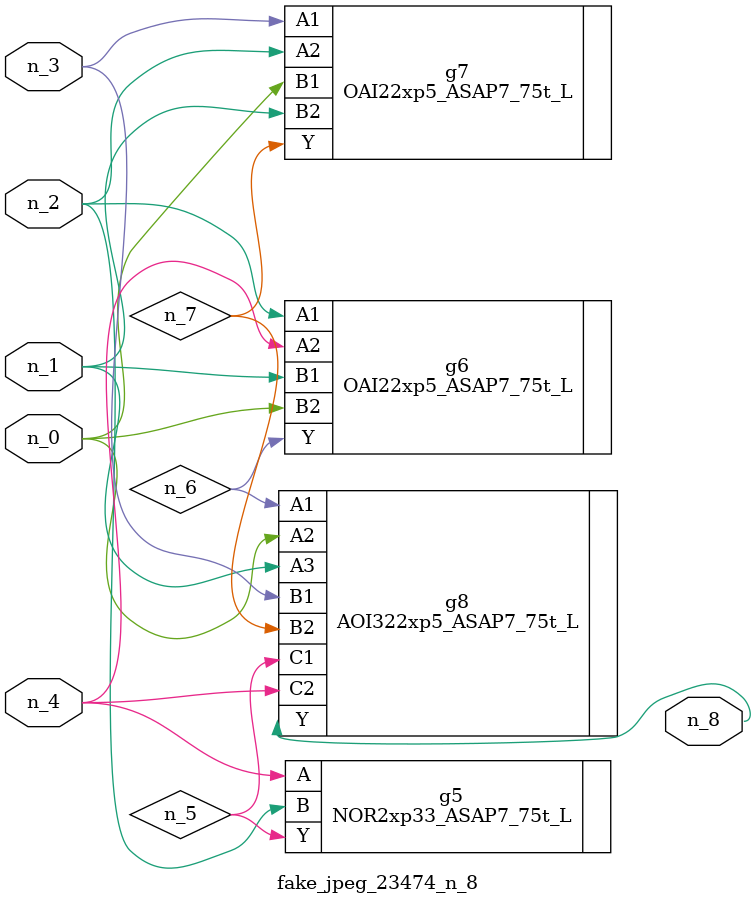
<source format=v>
module fake_jpeg_23474_n_8 (n_3, n_2, n_1, n_0, n_4, n_8);

input n_3;
input n_2;
input n_1;
input n_0;
input n_4;

output n_8;

wire n_6;
wire n_5;
wire n_7;

NOR2xp33_ASAP7_75t_L g5 ( 
.A(n_4),
.B(n_2),
.Y(n_5)
);

OAI22xp5_ASAP7_75t_L g6 ( 
.A1(n_2),
.A2(n_4),
.B1(n_1),
.B2(n_0),
.Y(n_6)
);

OAI22xp5_ASAP7_75t_L g7 ( 
.A1(n_3),
.A2(n_2),
.B1(n_0),
.B2(n_1),
.Y(n_7)
);

AOI322xp5_ASAP7_75t_L g8 ( 
.A1(n_6),
.A2(n_0),
.A3(n_1),
.B1(n_3),
.B2(n_7),
.C1(n_5),
.C2(n_4),
.Y(n_8)
);


endmodule
</source>
